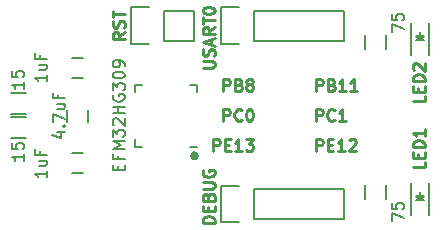
<source format=gto>
G04 #@! TF.FileFunction,Legend,Top*
%FSLAX46Y46*%
G04 Gerber Fmt 4.6, Leading zero omitted, Abs format (unit mm)*
G04 Created by KiCad (PCBNEW (2016-05-05 BZR 6775)-product) date Monday, 13 February 2017 'pmt' 19:42:56*
%MOMM*%
%LPD*%
G01*
G04 APERTURE LIST*
%ADD10C,0.100000*%
%ADD11C,0.300000*%
%ADD12C,0.250000*%
%ADD13C,0.150000*%
G04 APERTURE END LIST*
D10*
D11*
X93987142Y-82766285D02*
X93987142Y-83052000D01*
X94058571Y-83052000D02*
X94058571Y-82766285D01*
X94130000Y-82694857D02*
X94130000Y-83123428D01*
X94201428Y-83052000D02*
X94201428Y-82766285D01*
X94272857Y-82766285D02*
X94272857Y-83052000D01*
X93987142Y-82980571D02*
X94130000Y-83123428D01*
X94272857Y-82980571D01*
X93987142Y-82837714D02*
X94130000Y-82694857D01*
X94272857Y-82837714D01*
X93987142Y-82766285D02*
X94130000Y-82694857D01*
X94272857Y-82766285D01*
X94344285Y-82909142D01*
X94272857Y-83052000D01*
X94130000Y-83123428D01*
X93987142Y-83052000D01*
X93915714Y-82909142D01*
X93987142Y-82766285D01*
D12*
X96587214Y-77412380D02*
X96587214Y-76412380D01*
X96968166Y-76412380D01*
X97063404Y-76460000D01*
X97111023Y-76507619D01*
X97158642Y-76602857D01*
X97158642Y-76745714D01*
X97111023Y-76840952D01*
X97063404Y-76888571D01*
X96968166Y-76936190D01*
X96587214Y-76936190D01*
X97920547Y-76888571D02*
X98063404Y-76936190D01*
X98111023Y-76983809D01*
X98158642Y-77079047D01*
X98158642Y-77221904D01*
X98111023Y-77317142D01*
X98063404Y-77364761D01*
X97968166Y-77412380D01*
X97587214Y-77412380D01*
X97587214Y-76412380D01*
X97920547Y-76412380D01*
X98015785Y-76460000D01*
X98063404Y-76507619D01*
X98111023Y-76602857D01*
X98111023Y-76698095D01*
X98063404Y-76793333D01*
X98015785Y-76840952D01*
X97920547Y-76888571D01*
X97587214Y-76888571D01*
X98730071Y-76840952D02*
X98634833Y-76793333D01*
X98587214Y-76745714D01*
X98539595Y-76650476D01*
X98539595Y-76602857D01*
X98587214Y-76507619D01*
X98634833Y-76460000D01*
X98730071Y-76412380D01*
X98920547Y-76412380D01*
X99015785Y-76460000D01*
X99063404Y-76507619D01*
X99111023Y-76602857D01*
X99111023Y-76650476D01*
X99063404Y-76745714D01*
X99015785Y-76793333D01*
X98920547Y-76840952D01*
X98730071Y-76840952D01*
X98634833Y-76888571D01*
X98587214Y-76936190D01*
X98539595Y-77031428D01*
X98539595Y-77221904D01*
X98587214Y-77317142D01*
X98634833Y-77364761D01*
X98730071Y-77412380D01*
X98920547Y-77412380D01*
X99015785Y-77364761D01*
X99063404Y-77317142D01*
X99111023Y-77221904D01*
X99111023Y-77031428D01*
X99063404Y-76936190D01*
X99015785Y-76888571D01*
X98920547Y-76840952D01*
X96587214Y-79952380D02*
X96587214Y-78952380D01*
X96968166Y-78952380D01*
X97063404Y-79000000D01*
X97111023Y-79047619D01*
X97158642Y-79142857D01*
X97158642Y-79285714D01*
X97111023Y-79380952D01*
X97063404Y-79428571D01*
X96968166Y-79476190D01*
X96587214Y-79476190D01*
X98158642Y-79857142D02*
X98111023Y-79904761D01*
X97968166Y-79952380D01*
X97872928Y-79952380D01*
X97730071Y-79904761D01*
X97634833Y-79809523D01*
X97587214Y-79714285D01*
X97539595Y-79523809D01*
X97539595Y-79380952D01*
X97587214Y-79190476D01*
X97634833Y-79095238D01*
X97730071Y-79000000D01*
X97872928Y-78952380D01*
X97968166Y-78952380D01*
X98111023Y-79000000D01*
X98158642Y-79047619D01*
X98777690Y-78952380D02*
X98872928Y-78952380D01*
X98968166Y-79000000D01*
X99015785Y-79047619D01*
X99063404Y-79142857D01*
X99111023Y-79333333D01*
X99111023Y-79571428D01*
X99063404Y-79761904D01*
X99015785Y-79857142D01*
X98968166Y-79904761D01*
X98872928Y-79952380D01*
X98777690Y-79952380D01*
X98682452Y-79904761D01*
X98634833Y-79857142D01*
X98587214Y-79761904D01*
X98539595Y-79571428D01*
X98539595Y-79333333D01*
X98587214Y-79142857D01*
X98634833Y-79047619D01*
X98682452Y-79000000D01*
X98777690Y-78952380D01*
X95730071Y-82492380D02*
X95730071Y-81492380D01*
X96111023Y-81492380D01*
X96206261Y-81540000D01*
X96253880Y-81587619D01*
X96301500Y-81682857D01*
X96301500Y-81825714D01*
X96253880Y-81920952D01*
X96206261Y-81968571D01*
X96111023Y-82016190D01*
X95730071Y-82016190D01*
X96730071Y-81968571D02*
X97063404Y-81968571D01*
X97206261Y-82492380D02*
X96730071Y-82492380D01*
X96730071Y-81492380D01*
X97206261Y-81492380D01*
X98158642Y-82492380D02*
X97587214Y-82492380D01*
X97872928Y-82492380D02*
X97872928Y-81492380D01*
X97777690Y-81635238D01*
X97682452Y-81730476D01*
X97587214Y-81778095D01*
X98491976Y-81492380D02*
X99111023Y-81492380D01*
X98777690Y-81873333D01*
X98920547Y-81873333D01*
X99015785Y-81920952D01*
X99063404Y-81968571D01*
X99111023Y-82063809D01*
X99111023Y-82301904D01*
X99063404Y-82397142D01*
X99015785Y-82444761D01*
X98920547Y-82492380D01*
X98634833Y-82492380D01*
X98539595Y-82444761D01*
X98491976Y-82397142D01*
X104436595Y-82492380D02*
X104436595Y-81492380D01*
X104817547Y-81492380D01*
X104912785Y-81540000D01*
X104960404Y-81587619D01*
X105008023Y-81682857D01*
X105008023Y-81825714D01*
X104960404Y-81920952D01*
X104912785Y-81968571D01*
X104817547Y-82016190D01*
X104436595Y-82016190D01*
X105436595Y-81968571D02*
X105769928Y-81968571D01*
X105912785Y-82492380D02*
X105436595Y-82492380D01*
X105436595Y-81492380D01*
X105912785Y-81492380D01*
X106865166Y-82492380D02*
X106293738Y-82492380D01*
X106579452Y-82492380D02*
X106579452Y-81492380D01*
X106484214Y-81635238D01*
X106388976Y-81730476D01*
X106293738Y-81778095D01*
X107246119Y-81587619D02*
X107293738Y-81540000D01*
X107388976Y-81492380D01*
X107627071Y-81492380D01*
X107722309Y-81540000D01*
X107769928Y-81587619D01*
X107817547Y-81682857D01*
X107817547Y-81778095D01*
X107769928Y-81920952D01*
X107198500Y-82492380D01*
X107817547Y-82492380D01*
X104436595Y-79952380D02*
X104436595Y-78952380D01*
X104817547Y-78952380D01*
X104912785Y-79000000D01*
X104960404Y-79047619D01*
X105008023Y-79142857D01*
X105008023Y-79285714D01*
X104960404Y-79380952D01*
X104912785Y-79428571D01*
X104817547Y-79476190D01*
X104436595Y-79476190D01*
X106008023Y-79857142D02*
X105960404Y-79904761D01*
X105817547Y-79952380D01*
X105722309Y-79952380D01*
X105579452Y-79904761D01*
X105484214Y-79809523D01*
X105436595Y-79714285D01*
X105388976Y-79523809D01*
X105388976Y-79380952D01*
X105436595Y-79190476D01*
X105484214Y-79095238D01*
X105579452Y-79000000D01*
X105722309Y-78952380D01*
X105817547Y-78952380D01*
X105960404Y-79000000D01*
X106008023Y-79047619D01*
X106960404Y-79952380D02*
X106388976Y-79952380D01*
X106674690Y-79952380D02*
X106674690Y-78952380D01*
X106579452Y-79095238D01*
X106484214Y-79190476D01*
X106388976Y-79238095D01*
X104436595Y-77412380D02*
X104436595Y-76412380D01*
X104817547Y-76412380D01*
X104912785Y-76460000D01*
X104960404Y-76507619D01*
X105008023Y-76602857D01*
X105008023Y-76745714D01*
X104960404Y-76840952D01*
X104912785Y-76888571D01*
X104817547Y-76936190D01*
X104436595Y-76936190D01*
X105769928Y-76888571D02*
X105912785Y-76936190D01*
X105960404Y-76983809D01*
X106008023Y-77079047D01*
X106008023Y-77221904D01*
X105960404Y-77317142D01*
X105912785Y-77364761D01*
X105817547Y-77412380D01*
X105436595Y-77412380D01*
X105436595Y-76412380D01*
X105769928Y-76412380D01*
X105865166Y-76460000D01*
X105912785Y-76507619D01*
X105960404Y-76602857D01*
X105960404Y-76698095D01*
X105912785Y-76793333D01*
X105865166Y-76840952D01*
X105769928Y-76888571D01*
X105436595Y-76888571D01*
X106960404Y-77412380D02*
X106388976Y-77412380D01*
X106674690Y-77412380D02*
X106674690Y-76412380D01*
X106579452Y-76555238D01*
X106484214Y-76650476D01*
X106388976Y-76698095D01*
X107912785Y-77412380D02*
X107341357Y-77412380D01*
X107627071Y-77412380D02*
X107627071Y-76412380D01*
X107531833Y-76555238D01*
X107436595Y-76650476D01*
X107341357Y-76698095D01*
X88232380Y-72427619D02*
X87756190Y-72760952D01*
X88232380Y-72999047D02*
X87232380Y-72999047D01*
X87232380Y-72618095D01*
X87280000Y-72522857D01*
X87327619Y-72475238D01*
X87422857Y-72427619D01*
X87565714Y-72427619D01*
X87660952Y-72475238D01*
X87708571Y-72522857D01*
X87756190Y-72618095D01*
X87756190Y-72999047D01*
X88184761Y-72046666D02*
X88232380Y-71903809D01*
X88232380Y-71665714D01*
X88184761Y-71570476D01*
X88137142Y-71522857D01*
X88041904Y-71475238D01*
X87946666Y-71475238D01*
X87851428Y-71522857D01*
X87803809Y-71570476D01*
X87756190Y-71665714D01*
X87708571Y-71856190D01*
X87660952Y-71951428D01*
X87613333Y-71999047D01*
X87518095Y-72046666D01*
X87422857Y-72046666D01*
X87327619Y-71999047D01*
X87280000Y-71951428D01*
X87232380Y-71856190D01*
X87232380Y-71618095D01*
X87280000Y-71475238D01*
X87232380Y-71189523D02*
X87232380Y-70618095D01*
X88232380Y-70903809D02*
X87232380Y-70903809D01*
X113632380Y-77825047D02*
X113632380Y-78301238D01*
X112632380Y-78301238D01*
X113108571Y-77491714D02*
X113108571Y-77158380D01*
X113632380Y-77015523D02*
X113632380Y-77491714D01*
X112632380Y-77491714D01*
X112632380Y-77015523D01*
X113632380Y-76586952D02*
X112632380Y-76586952D01*
X112632380Y-76348857D01*
X112680000Y-76206000D01*
X112775238Y-76110761D01*
X112870476Y-76063142D01*
X113060952Y-76015523D01*
X113203809Y-76015523D01*
X113394285Y-76063142D01*
X113489523Y-76110761D01*
X113584761Y-76206000D01*
X113632380Y-76348857D01*
X113632380Y-76586952D01*
X112727619Y-75634571D02*
X112680000Y-75586952D01*
X112632380Y-75491714D01*
X112632380Y-75253619D01*
X112680000Y-75158380D01*
X112727619Y-75110761D01*
X112822857Y-75063142D01*
X112918095Y-75063142D01*
X113060952Y-75110761D01*
X113632380Y-75682190D01*
X113632380Y-75063142D01*
X113632380Y-83413047D02*
X113632380Y-83889238D01*
X112632380Y-83889238D01*
X113108571Y-83079714D02*
X113108571Y-82746380D01*
X113632380Y-82603523D02*
X113632380Y-83079714D01*
X112632380Y-83079714D01*
X112632380Y-82603523D01*
X113632380Y-82174952D02*
X112632380Y-82174952D01*
X112632380Y-81936857D01*
X112680000Y-81794000D01*
X112775238Y-81698761D01*
X112870476Y-81651142D01*
X113060952Y-81603523D01*
X113203809Y-81603523D01*
X113394285Y-81651142D01*
X113489523Y-81698761D01*
X113584761Y-81794000D01*
X113632380Y-81936857D01*
X113632380Y-82174952D01*
X113632380Y-80651142D02*
X113632380Y-81222571D01*
X113632380Y-80936857D02*
X112632380Y-80936857D01*
X112775238Y-81032095D01*
X112870476Y-81127333D01*
X112918095Y-81222571D01*
D13*
X89125000Y-82125000D02*
X89125000Y-81500000D01*
X94375000Y-76875000D02*
X94375000Y-77500000D01*
X89125000Y-76875000D02*
X89125000Y-77500000D01*
X94375000Y-82125000D02*
X93750000Y-82125000D01*
X94375000Y-76875000D02*
X93750000Y-76875000D01*
X89125000Y-76875000D02*
X89750000Y-76875000D01*
X89125000Y-82125000D02*
X89750000Y-82125000D01*
X84750000Y-74650000D02*
X83750000Y-74650000D01*
X83750000Y-76350000D02*
X84750000Y-76350000D01*
X83750000Y-84350000D02*
X84750000Y-84350000D01*
X84750000Y-82650000D02*
X83750000Y-82650000D01*
X83400000Y-79000000D02*
X83400000Y-80000000D01*
X85100000Y-80000000D02*
X85100000Y-79000000D01*
X114000000Y-87899020D02*
X114000000Y-85199020D01*
X112500000Y-87899020D02*
X112500000Y-85199020D01*
X113400000Y-86399020D02*
X113150000Y-86399020D01*
X113150000Y-86399020D02*
X113300000Y-86549020D01*
X112900000Y-86649020D02*
X113600000Y-86649020D01*
X113250000Y-86299020D02*
X113250000Y-85949020D01*
X113250000Y-86649020D02*
X112900000Y-86299020D01*
X112900000Y-86299020D02*
X113600000Y-86299020D01*
X113600000Y-86299020D02*
X113250000Y-86649020D01*
X114000000Y-74350000D02*
X114000000Y-71650000D01*
X112500000Y-74350000D02*
X112500000Y-71650000D01*
X113400000Y-72850000D02*
X113150000Y-72850000D01*
X113150000Y-72850000D02*
X113300000Y-73000000D01*
X112900000Y-73100000D02*
X113600000Y-73100000D01*
X113250000Y-72750000D02*
X113250000Y-72400000D01*
X113250000Y-73100000D02*
X112900000Y-72750000D01*
X112900000Y-72750000D02*
X113600000Y-72750000D01*
X113600000Y-72750000D02*
X113250000Y-73100000D01*
X99210000Y-70610000D02*
X106830000Y-70610000D01*
X99210000Y-73150000D02*
X106830000Y-73150000D01*
X96390000Y-73430000D02*
X97940000Y-73430000D01*
X106830000Y-70610000D02*
X106830000Y-73150000D01*
X99210000Y-73150000D02*
X99210000Y-70610000D01*
X97940000Y-70330000D02*
X96390000Y-70330000D01*
X96390000Y-70330000D02*
X96390000Y-73430000D01*
X99210000Y-85730000D02*
X106830000Y-85730000D01*
X99210000Y-88270000D02*
X106830000Y-88270000D01*
X96390000Y-88550000D02*
X97940000Y-88550000D01*
X106830000Y-85730000D02*
X106830000Y-88270000D01*
X99210000Y-88270000D02*
X99210000Y-85730000D01*
X97940000Y-85450000D02*
X96390000Y-85450000D01*
X96390000Y-85450000D02*
X96390000Y-88550000D01*
X108625000Y-86600000D02*
X108625000Y-85400000D01*
X110375000Y-85400000D02*
X110375000Y-86600000D01*
X110375000Y-72650000D02*
X110375000Y-73850000D01*
X108625000Y-73850000D02*
X108625000Y-72650000D01*
X79850000Y-81375000D02*
X78650000Y-81375000D01*
X78650000Y-79625000D02*
X79850000Y-79625000D01*
X79850000Y-79375000D02*
X78650000Y-79375000D01*
X78650000Y-77625000D02*
X79850000Y-77625000D01*
X91590000Y-70610000D02*
X94130000Y-70610000D01*
X88770000Y-70330000D02*
X90320000Y-70330000D01*
X91590000Y-70610000D02*
X91590000Y-73150000D01*
X90320000Y-73430000D02*
X88770000Y-73430000D01*
X88770000Y-73430000D02*
X88770000Y-70330000D01*
X91590000Y-73150000D02*
X94130000Y-73150000D01*
X94130000Y-73150000D02*
X94130000Y-70610000D01*
X87708571Y-84119047D02*
X87708571Y-83785714D01*
X88232380Y-83642857D02*
X88232380Y-84119047D01*
X87232380Y-84119047D01*
X87232380Y-83642857D01*
X87708571Y-82880952D02*
X87708571Y-83214285D01*
X88232380Y-83214285D02*
X87232380Y-83214285D01*
X87232380Y-82738095D01*
X88232380Y-82357142D02*
X87232380Y-82357142D01*
X87946666Y-82023809D01*
X87232380Y-81690476D01*
X88232380Y-81690476D01*
X87232380Y-81309523D02*
X87232380Y-80690476D01*
X87613333Y-81023809D01*
X87613333Y-80880952D01*
X87660952Y-80785714D01*
X87708571Y-80738095D01*
X87803809Y-80690476D01*
X88041904Y-80690476D01*
X88137142Y-80738095D01*
X88184761Y-80785714D01*
X88232380Y-80880952D01*
X88232380Y-81166666D01*
X88184761Y-81261904D01*
X88137142Y-81309523D01*
X87327619Y-80309523D02*
X87280000Y-80261904D01*
X87232380Y-80166666D01*
X87232380Y-79928571D01*
X87280000Y-79833333D01*
X87327619Y-79785714D01*
X87422857Y-79738095D01*
X87518095Y-79738095D01*
X87660952Y-79785714D01*
X88232380Y-80357142D01*
X88232380Y-79738095D01*
X88232380Y-79309523D02*
X87232380Y-79309523D01*
X87708571Y-79309523D02*
X87708571Y-78738095D01*
X88232380Y-78738095D02*
X87232380Y-78738095D01*
X87280000Y-77738095D02*
X87232380Y-77833333D01*
X87232380Y-77976190D01*
X87280000Y-78119047D01*
X87375238Y-78214285D01*
X87470476Y-78261904D01*
X87660952Y-78309523D01*
X87803809Y-78309523D01*
X87994285Y-78261904D01*
X88089523Y-78214285D01*
X88184761Y-78119047D01*
X88232380Y-77976190D01*
X88232380Y-77880952D01*
X88184761Y-77738095D01*
X88137142Y-77690476D01*
X87803809Y-77690476D01*
X87803809Y-77880952D01*
X87232380Y-77357142D02*
X87232380Y-76738095D01*
X87613333Y-77071428D01*
X87613333Y-76928571D01*
X87660952Y-76833333D01*
X87708571Y-76785714D01*
X87803809Y-76738095D01*
X88041904Y-76738095D01*
X88137142Y-76785714D01*
X88184761Y-76833333D01*
X88232380Y-76928571D01*
X88232380Y-77214285D01*
X88184761Y-77309523D01*
X88137142Y-77357142D01*
X87232380Y-76119047D02*
X87232380Y-76023809D01*
X87280000Y-75928571D01*
X87327619Y-75880952D01*
X87422857Y-75833333D01*
X87613333Y-75785714D01*
X87851428Y-75785714D01*
X88041904Y-75833333D01*
X88137142Y-75880952D01*
X88184761Y-75928571D01*
X88232380Y-76023809D01*
X88232380Y-76119047D01*
X88184761Y-76214285D01*
X88137142Y-76261904D01*
X88041904Y-76309523D01*
X87851428Y-76357142D01*
X87613333Y-76357142D01*
X87422857Y-76309523D01*
X87327619Y-76261904D01*
X87280000Y-76214285D01*
X87232380Y-76119047D01*
X88232380Y-75309523D02*
X88232380Y-75119047D01*
X88184761Y-75023809D01*
X88137142Y-74976190D01*
X87994285Y-74880952D01*
X87803809Y-74833333D01*
X87422857Y-74833333D01*
X87327619Y-74880952D01*
X87280000Y-74928571D01*
X87232380Y-75023809D01*
X87232380Y-75214285D01*
X87280000Y-75309523D01*
X87327619Y-75357142D01*
X87422857Y-75404761D01*
X87660952Y-75404761D01*
X87756190Y-75357142D01*
X87803809Y-75309523D01*
X87851428Y-75214285D01*
X87851428Y-75023809D01*
X87803809Y-74928571D01*
X87756190Y-74880952D01*
X87660952Y-74833333D01*
X81628380Y-76031238D02*
X81628380Y-76602666D01*
X81628380Y-76316952D02*
X80628380Y-76316952D01*
X80771238Y-76412190D01*
X80866476Y-76507428D01*
X80914095Y-76602666D01*
X80961714Y-75174095D02*
X81628380Y-75174095D01*
X80961714Y-75602666D02*
X81485523Y-75602666D01*
X81580761Y-75555047D01*
X81628380Y-75459809D01*
X81628380Y-75316952D01*
X81580761Y-75221714D01*
X81533142Y-75174095D01*
X81104571Y-74364571D02*
X81104571Y-74697904D01*
X81628380Y-74697904D02*
X80628380Y-74697904D01*
X80628380Y-74221714D01*
X81628380Y-84159238D02*
X81628380Y-84730666D01*
X81628380Y-84444952D02*
X80628380Y-84444952D01*
X80771238Y-84540190D01*
X80866476Y-84635428D01*
X80914095Y-84730666D01*
X80961714Y-83302095D02*
X81628380Y-83302095D01*
X80961714Y-83730666D02*
X81485523Y-83730666D01*
X81580761Y-83683047D01*
X81628380Y-83587809D01*
X81628380Y-83444952D01*
X81580761Y-83349714D01*
X81533142Y-83302095D01*
X81104571Y-82492571D02*
X81104571Y-82825904D01*
X81628380Y-82825904D02*
X80628380Y-82825904D01*
X80628380Y-82349714D01*
X82485714Y-80904761D02*
X83152380Y-80904761D01*
X82104761Y-81142857D02*
X82819047Y-81380952D01*
X82819047Y-80761904D01*
X83057142Y-80380952D02*
X83104761Y-80333333D01*
X83152380Y-80380952D01*
X83104761Y-80428571D01*
X83057142Y-80380952D01*
X83152380Y-80380952D01*
X82152380Y-80000000D02*
X82152380Y-79333333D01*
X83152380Y-79761904D01*
X82485714Y-78523809D02*
X83152380Y-78523809D01*
X82485714Y-78952380D02*
X83009523Y-78952380D01*
X83104761Y-78904761D01*
X83152380Y-78809523D01*
X83152380Y-78666666D01*
X83104761Y-78571428D01*
X83057142Y-78523809D01*
X82628571Y-77714285D02*
X82628571Y-78047619D01*
X83152380Y-78047619D02*
X82152380Y-78047619D01*
X82152380Y-77571428D01*
D12*
X94852380Y-75443619D02*
X95661904Y-75443619D01*
X95757142Y-75396000D01*
X95804761Y-75348380D01*
X95852380Y-75253142D01*
X95852380Y-75062666D01*
X95804761Y-74967428D01*
X95757142Y-74919809D01*
X95661904Y-74872190D01*
X94852380Y-74872190D01*
X95804761Y-74443619D02*
X95852380Y-74300761D01*
X95852380Y-74062666D01*
X95804761Y-73967428D01*
X95757142Y-73919809D01*
X95661904Y-73872190D01*
X95566666Y-73872190D01*
X95471428Y-73919809D01*
X95423809Y-73967428D01*
X95376190Y-74062666D01*
X95328571Y-74253142D01*
X95280952Y-74348380D01*
X95233333Y-74396000D01*
X95138095Y-74443619D01*
X95042857Y-74443619D01*
X94947619Y-74396000D01*
X94900000Y-74348380D01*
X94852380Y-74253142D01*
X94852380Y-74015047D01*
X94900000Y-73872190D01*
X95566666Y-73491238D02*
X95566666Y-73015047D01*
X95852380Y-73586476D02*
X94852380Y-73253142D01*
X95852380Y-72919809D01*
X95852380Y-72015047D02*
X95376190Y-72348380D01*
X95852380Y-72586476D02*
X94852380Y-72586476D01*
X94852380Y-72205523D01*
X94900000Y-72110285D01*
X94947619Y-72062666D01*
X95042857Y-72015047D01*
X95185714Y-72015047D01*
X95280952Y-72062666D01*
X95328571Y-72110285D01*
X95376190Y-72205523D01*
X95376190Y-72586476D01*
X94852380Y-71729333D02*
X94852380Y-71157904D01*
X95852380Y-71443619D02*
X94852380Y-71443619D01*
X94852380Y-70634095D02*
X94852380Y-70538857D01*
X94900000Y-70443619D01*
X94947619Y-70396000D01*
X95042857Y-70348380D01*
X95233333Y-70300761D01*
X95471428Y-70300761D01*
X95661904Y-70348380D01*
X95757142Y-70396000D01*
X95804761Y-70443619D01*
X95852380Y-70538857D01*
X95852380Y-70634095D01*
X95804761Y-70729333D01*
X95757142Y-70776952D01*
X95661904Y-70824571D01*
X95471428Y-70872190D01*
X95233333Y-70872190D01*
X95042857Y-70824571D01*
X94947619Y-70776952D01*
X94900000Y-70729333D01*
X94852380Y-70634095D01*
X95852380Y-88596095D02*
X94852380Y-88596095D01*
X94852380Y-88358000D01*
X94900000Y-88215142D01*
X94995238Y-88119904D01*
X95090476Y-88072285D01*
X95280952Y-88024666D01*
X95423809Y-88024666D01*
X95614285Y-88072285D01*
X95709523Y-88119904D01*
X95804761Y-88215142D01*
X95852380Y-88358000D01*
X95852380Y-88596095D01*
X95328571Y-87596095D02*
X95328571Y-87262761D01*
X95852380Y-87119904D02*
X95852380Y-87596095D01*
X94852380Y-87596095D01*
X94852380Y-87119904D01*
X95328571Y-86358000D02*
X95376190Y-86215142D01*
X95423809Y-86167523D01*
X95519047Y-86119904D01*
X95661904Y-86119904D01*
X95757142Y-86167523D01*
X95804761Y-86215142D01*
X95852380Y-86310380D01*
X95852380Y-86691333D01*
X94852380Y-86691333D01*
X94852380Y-86358000D01*
X94900000Y-86262761D01*
X94947619Y-86215142D01*
X95042857Y-86167523D01*
X95138095Y-86167523D01*
X95233333Y-86215142D01*
X95280952Y-86262761D01*
X95328571Y-86358000D01*
X95328571Y-86691333D01*
X94852380Y-85691333D02*
X95661904Y-85691333D01*
X95757142Y-85643714D01*
X95804761Y-85596095D01*
X95852380Y-85500857D01*
X95852380Y-85310380D01*
X95804761Y-85215142D01*
X95757142Y-85167523D01*
X95661904Y-85119904D01*
X94852380Y-85119904D01*
X94900000Y-84119904D02*
X94852380Y-84215142D01*
X94852380Y-84358000D01*
X94900000Y-84500857D01*
X94995238Y-84596095D01*
X95090476Y-84643714D01*
X95280952Y-84691333D01*
X95423809Y-84691333D01*
X95614285Y-84643714D01*
X95709523Y-84596095D01*
X95804761Y-84500857D01*
X95852380Y-84358000D01*
X95852380Y-84262761D01*
X95804761Y-84119904D01*
X95757142Y-84072285D01*
X95423809Y-84072285D01*
X95423809Y-84262761D01*
D13*
X110854380Y-88437523D02*
X110854380Y-87770857D01*
X111854380Y-88199428D01*
X110854380Y-86913714D02*
X110854380Y-87389904D01*
X111330571Y-87437523D01*
X111282952Y-87389904D01*
X111235333Y-87294666D01*
X111235333Y-87056571D01*
X111282952Y-86961333D01*
X111330571Y-86913714D01*
X111425809Y-86866095D01*
X111663904Y-86866095D01*
X111759142Y-86913714D01*
X111806761Y-86961333D01*
X111854380Y-87056571D01*
X111854380Y-87294666D01*
X111806761Y-87389904D01*
X111759142Y-87437523D01*
X110854380Y-72435523D02*
X110854380Y-71768857D01*
X111854380Y-72197428D01*
X110854380Y-70911714D02*
X110854380Y-71387904D01*
X111330571Y-71435523D01*
X111282952Y-71387904D01*
X111235333Y-71292666D01*
X111235333Y-71054571D01*
X111282952Y-70959333D01*
X111330571Y-70911714D01*
X111425809Y-70864095D01*
X111663904Y-70864095D01*
X111759142Y-70911714D01*
X111806761Y-70959333D01*
X111854380Y-71054571D01*
X111854380Y-71292666D01*
X111806761Y-71387904D01*
X111759142Y-71435523D01*
X79702380Y-82738476D02*
X79702380Y-83309904D01*
X79702380Y-83024190D02*
X78702380Y-83024190D01*
X78845238Y-83119428D01*
X78940476Y-83214666D01*
X78988095Y-83309904D01*
X78702380Y-81833714D02*
X78702380Y-82309904D01*
X79178571Y-82357523D01*
X79130952Y-82309904D01*
X79083333Y-82214666D01*
X79083333Y-81976571D01*
X79130952Y-81881333D01*
X79178571Y-81833714D01*
X79273809Y-81786095D01*
X79511904Y-81786095D01*
X79607142Y-81833714D01*
X79654761Y-81881333D01*
X79702380Y-81976571D01*
X79702380Y-82214666D01*
X79654761Y-82309904D01*
X79607142Y-82357523D01*
X79702380Y-76642476D02*
X79702380Y-77213904D01*
X79702380Y-76928190D02*
X78702380Y-76928190D01*
X78845238Y-77023428D01*
X78940476Y-77118666D01*
X78988095Y-77213904D01*
X78702380Y-75737714D02*
X78702380Y-76213904D01*
X79178571Y-76261523D01*
X79130952Y-76213904D01*
X79083333Y-76118666D01*
X79083333Y-75880571D01*
X79130952Y-75785333D01*
X79178571Y-75737714D01*
X79273809Y-75690095D01*
X79511904Y-75690095D01*
X79607142Y-75737714D01*
X79654761Y-75785333D01*
X79702380Y-75880571D01*
X79702380Y-76118666D01*
X79654761Y-76213904D01*
X79607142Y-76261523D01*
M02*

</source>
